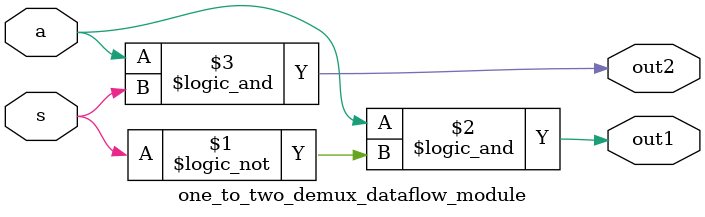
<source format=v>


module one_to_two_demux_dataflow_module (a, s, out1, out2);
	input a;
	input s;	
	output out1, out2;

	assign out1 = (a && !s);
	assign out2 = (a && s);

endmodule
</source>
